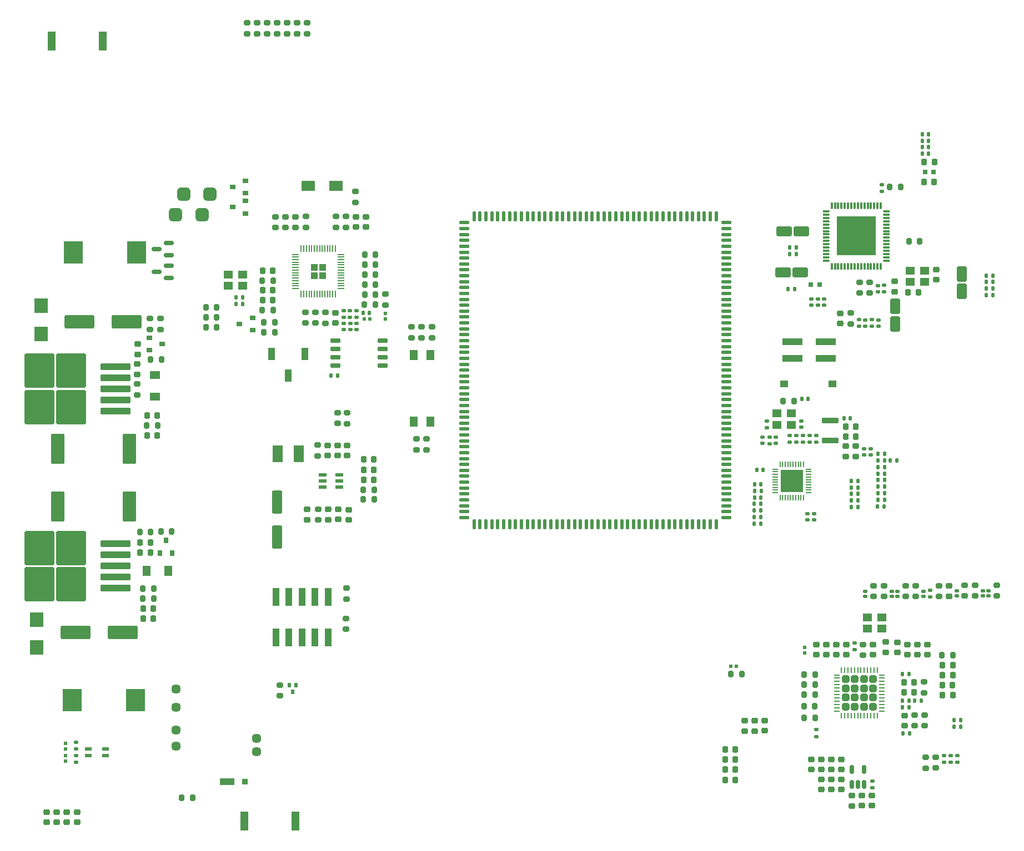
<source format=gtp>
G04 #@! TF.GenerationSoftware,KiCad,Pcbnew,8.0.0-rc1*
G04 #@! TF.CreationDate,2024-11-18T12:36:54+03:00*
G04 #@! TF.ProjectId,Movita_3566_XV_Router_V3.2,4d6f7669-7461-45f3-9335-36365f58565f,REV1*
G04 #@! TF.SameCoordinates,Original*
G04 #@! TF.FileFunction,Paste,Top*
G04 #@! TF.FilePolarity,Positive*
%FSLAX46Y46*%
G04 Gerber Fmt 4.6, Leading zero omitted, Abs format (unit mm)*
G04 Created by KiCad (PCBNEW 8.0.0-rc1) date 2024-11-18 12:36:54*
%MOMM*%
%LPD*%
G01*
G04 APERTURE LIST*
G04 Aperture macros list*
%AMRoundRect*
0 Rectangle with rounded corners*
0 $1 Rounding radius*
0 $2 $3 $4 $5 $6 $7 $8 $9 X,Y pos of 4 corners*
0 Add a 4 corners polygon primitive as box body*
4,1,4,$2,$3,$4,$5,$6,$7,$8,$9,$2,$3,0*
0 Add four circle primitives for the rounded corners*
1,1,$1+$1,$2,$3*
1,1,$1+$1,$4,$5*
1,1,$1+$1,$6,$7*
1,1,$1+$1,$8,$9*
0 Add four rect primitives between the rounded corners*
20,1,$1+$1,$2,$3,$4,$5,0*
20,1,$1+$1,$4,$5,$6,$7,0*
20,1,$1+$1,$6,$7,$8,$9,0*
20,1,$1+$1,$8,$9,$2,$3,0*%
%AMFreePoly0*
4,1,12,-0.100000,0.450000,0.100000,0.450000,0.100000,-0.350000,0.092388,-0.388268,0.070711,-0.420711,0.038268,-0.442388,0.000000,-0.450000,-0.038268,-0.442388,-0.070711,-0.420711,-0.092388,-0.388268,-0.100000,-0.350000,-0.100000,0.450000,-0.100000,0.450000,$1*%
%AMFreePoly1*
4,1,12,-0.100000,0.350000,-0.092388,0.388268,-0.070711,0.420711,-0.038268,0.442388,0.000000,0.450000,0.038268,0.442388,0.070711,0.420711,0.092388,0.388268,0.100000,0.350000,0.100000,-0.450000,-0.100000,-0.450000,-0.100000,0.350000,-0.100000,0.350000,$1*%
%AMFreePoly2*
4,1,12,-0.135000,0.500000,0.135000,0.500000,0.135000,-0.365000,0.124724,-0.416662,0.095459,-0.460459,0.051662,-0.489724,0.000000,-0.500000,-0.051662,-0.489724,-0.095459,-0.460459,-0.124724,-0.416662,-0.135000,-0.365000,-0.135000,0.500000,-0.135000,0.500000,$1*%
%AMFreePoly3*
4,1,5,3.000000,-3.000000,-3.000000,-3.000000,-3.000000,3.000000,3.000000,3.000000,3.000000,-3.000000,3.000000,-3.000000,$1*%
G04 Aperture macros list end*
%ADD10RoundRect,0.135000X0.135000X0.185000X-0.135000X0.185000X-0.135000X-0.185000X0.135000X-0.185000X0*%
%ADD11RoundRect,0.200000X0.200000X0.275000X-0.200000X0.275000X-0.200000X-0.275000X0.200000X-0.275000X0*%
%ADD12RoundRect,0.140000X0.140000X0.170000X-0.140000X0.170000X-0.140000X-0.170000X0.140000X-0.170000X0*%
%ADD13RoundRect,0.135000X0.185000X-0.135000X0.185000X0.135000X-0.185000X0.135000X-0.185000X-0.135000X0*%
%ADD14RoundRect,0.200000X0.275000X-0.200000X0.275000X0.200000X-0.275000X0.200000X-0.275000X-0.200000X0*%
%ADD15RoundRect,0.250001X-0.499999X0.924999X-0.499999X-0.924999X0.499999X-0.924999X0.499999X0.924999X0*%
%ADD16RoundRect,0.225000X-0.250000X0.225000X-0.250000X-0.225000X0.250000X-0.225000X0.250000X0.225000X0*%
%ADD17RoundRect,0.200000X-0.275000X0.200000X-0.275000X-0.200000X0.275000X-0.200000X0.275000X0.200000X0*%
%ADD18RoundRect,0.225000X-0.225000X-0.250000X0.225000X-0.250000X0.225000X0.250000X-0.225000X0.250000X0*%
%ADD19R,1.150000X1.650000*%
%ADD20RoundRect,0.140000X-0.170000X0.140000X-0.170000X-0.140000X0.170000X-0.140000X0.170000X0.140000X0*%
%ADD21RoundRect,0.250000X0.315000X-0.315000X0.315000X0.315000X-0.315000X0.315000X-0.315000X-0.315000X0*%
%ADD22RoundRect,0.062500X0.062500X-0.375000X0.062500X0.375000X-0.062500X0.375000X-0.062500X-0.375000X0*%
%ADD23RoundRect,0.062500X0.375000X-0.062500X0.375000X0.062500X-0.375000X0.062500X-0.375000X-0.062500X0*%
%ADD24R,1.300000X3.000000*%
%ADD25R,0.650000X0.700000*%
%ADD26RoundRect,0.135000X-0.135000X-0.185000X0.135000X-0.185000X0.135000X0.185000X-0.135000X0.185000X0*%
%ADD27RoundRect,0.225000X0.225000X0.250000X-0.225000X0.250000X-0.225000X-0.250000X0.225000X-0.250000X0*%
%ADD28R,1.400000X1.200000*%
%ADD29RoundRect,0.200000X-0.200000X-0.275000X0.200000X-0.275000X0.200000X0.275000X-0.200000X0.275000X0*%
%ADD30RoundRect,0.140000X0.170000X-0.140000X0.170000X0.140000X-0.170000X0.140000X-0.170000X-0.140000X0*%
%ADD31RoundRect,0.225000X0.250000X-0.225000X0.250000X0.225000X-0.250000X0.225000X-0.250000X-0.225000X0*%
%ADD32R,0.900000X0.800000*%
%ADD33R,0.800000X0.900000*%
%ADD34RoundRect,0.135000X-0.185000X0.135000X-0.185000X-0.135000X0.185000X-0.135000X0.185000X0.135000X0*%
%ADD35FreePoly0,90.000000*%
%ADD36FreePoly1,0.000000*%
%ADD37FreePoly0,180.000000*%
%ADD38FreePoly1,90.000000*%
%ADD39FreePoly0,270.000000*%
%ADD40FreePoly0,0.000000*%
%ADD41R,3.450000X3.450000*%
%ADD42RoundRect,0.140000X-0.140000X-0.170000X0.140000X-0.170000X0.140000X0.170000X-0.140000X0.170000X0*%
%ADD43RoundRect,0.150000X0.587500X0.150000X-0.587500X0.150000X-0.587500X-0.150000X0.587500X-0.150000X0*%
%ADD44R,0.600000X0.550000*%
%ADD45RoundRect,0.218750X0.256250X-0.218750X0.256250X0.218750X-0.256250X0.218750X-0.256250X-0.218750X0*%
%ADD46RoundRect,0.125000X0.175000X-0.125000X0.175000X0.125000X-0.175000X0.125000X-0.175000X-0.125000X0*%
%ADD47RoundRect,0.250000X-0.292217X0.292217X-0.292217X-0.292217X0.292217X-0.292217X0.292217X0.292217X0*%
%ADD48RoundRect,0.050000X-0.050000X0.425000X-0.050000X-0.425000X0.050000X-0.425000X0.050000X0.425000X0*%
%ADD49RoundRect,0.050000X-0.425000X0.050000X-0.425000X-0.050000X0.425000X-0.050000X0.425000X0.050000X0*%
%ADD50RoundRect,0.500000X-0.500000X-0.500000X0.500000X-0.500000X0.500000X0.500000X-0.500000X0.500000X0*%
%ADD51RoundRect,0.500000X0.500000X0.500000X-0.500000X0.500000X-0.500000X-0.500000X0.500000X-0.500000X0*%
%ADD52R,2.170000X1.120000*%
%ADD53R,0.850000X0.850000*%
%ADD54RoundRect,0.218750X-0.256250X0.218750X-0.256250X-0.218750X0.256250X-0.218750X0.256250X0.218750X0*%
%ADD55FreePoly2,0.000000*%
%ADD56FreePoly2,90.000000*%
%ADD57FreePoly2,180.000000*%
%ADD58FreePoly2,270.000000*%
%ADD59FreePoly3,0.000000*%
%ADD60R,0.500000X0.700000*%
%ADD61RoundRect,0.250001X0.799999X-2.049999X0.799999X2.049999X-0.799999X2.049999X-0.799999X-2.049999X0*%
%ADD62R,1.000000X2.750000*%
%ADD63RoundRect,0.250001X-1.999999X-0.799999X1.999999X-0.799999X1.999999X0.799999X-1.999999X0.799999X0*%
%ADD64R,0.550000X0.600000*%
%ADD65RoundRect,0.250001X-0.799999X2.049999X-0.799999X-2.049999X0.799999X-2.049999X0.799999X2.049999X0*%
%ADD66RoundRect,0.250001X0.924999X0.499999X-0.924999X0.499999X-0.924999X-0.499999X0.924999X-0.499999X0*%
%ADD67R,1.250000X1.500000*%
%ADD68RoundRect,0.250000X-0.550000X1.500000X-0.550000X-1.500000X0.550000X-1.500000X0.550000X1.500000X0*%
%ADD69RoundRect,0.250000X2.050000X0.300000X-2.050000X0.300000X-2.050000X-0.300000X2.050000X-0.300000X0*%
%ADD70RoundRect,0.250000X2.025000X2.375000X-2.025000X2.375000X-2.025000X-2.375000X2.025000X-2.375000X0*%
%ADD71RoundRect,0.180000X1.070000X-0.270000X1.070000X0.270000X-1.070000X0.270000X-1.070000X-0.270000X0*%
%ADD72R,1.050000X0.600000*%
%ADD73RoundRect,0.150000X0.150000X-0.512500X0.150000X0.512500X-0.150000X0.512500X-0.150000X-0.512500X0*%
%ADD74R,3.000000X3.500000*%
%ADD75RoundRect,0.150000X0.650000X0.150000X-0.650000X0.150000X-0.650000X-0.150000X0.650000X-0.150000X0*%
%ADD76R,1.500000X2.500000*%
%ADD77RoundRect,0.125000X-0.625000X-0.125000X0.625000X-0.125000X0.625000X0.125000X-0.625000X0.125000X0*%
%ADD78RoundRect,0.125000X0.125000X-0.625000X0.125000X0.625000X-0.125000X0.625000X-0.125000X-0.625000X0*%
%ADD79RoundRect,0.125000X0.625000X0.125000X-0.625000X0.125000X-0.625000X-0.125000X0.625000X-0.125000X0*%
%ADD80RoundRect,0.125000X-0.125000X0.625000X-0.125000X-0.625000X0.125000X-0.625000X0.125000X0.625000X0*%
%ADD81R,1.000000X1.900000*%
%ADD82R,1.200000X1.000000*%
%ADD83R,3.150000X1.000000*%
%ADD84R,1.200000X0.600000*%
%ADD85RoundRect,0.500000X-0.200000X-0.150000X0.200000X-0.150000X0.200000X0.150000X-0.200000X0.150000X0*%
%ADD86R,2.050000X2.250000*%
%ADD87R,2.120000X1.500000*%
%ADD88R,1.650000X1.150000*%
G04 APERTURE END LIST*
D10*
X181130000Y-104810000D03*
X180110000Y-104810000D03*
D11*
X103535000Y-76515000D03*
X101885000Y-76515000D03*
D12*
X83260000Y-77900000D03*
X82300000Y-77900000D03*
D13*
X170730000Y-143930000D03*
X170730000Y-142910000D03*
X170730000Y-98980000D03*
X170730000Y-97960000D03*
D12*
X83260000Y-76910000D03*
X82300000Y-76910000D03*
D14*
X89810000Y-66250000D03*
X89810000Y-64600000D03*
D15*
X182815000Y-78295000D03*
X182815000Y-80945000D03*
D10*
X177120000Y-105920000D03*
X176100000Y-105920000D03*
D16*
X159820000Y-141535000D03*
X159820000Y-143085000D03*
D10*
X184855000Y-138475000D03*
X183835000Y-138475000D03*
D14*
X91345000Y-66250000D03*
X91345000Y-64600000D03*
D17*
X97730000Y-94517500D03*
X97730000Y-96167500D03*
D10*
X181130000Y-107830000D03*
X180110000Y-107830000D03*
D11*
X72485000Y-112620000D03*
X70835000Y-112620000D03*
D18*
X68130000Y-124420000D03*
X69680000Y-124420000D03*
D14*
X99020000Y-127585000D03*
X99020000Y-125935000D03*
D19*
X68617500Y-118625000D03*
X71917500Y-118625000D03*
D20*
X169370000Y-109920000D03*
X169370000Y-110880000D03*
D21*
X175210000Y-139385000D03*
X176610000Y-139385000D03*
X178010000Y-139385000D03*
X179410000Y-139385000D03*
X175210000Y-137985000D03*
X176610000Y-137985000D03*
X178010000Y-137985000D03*
X179410000Y-137985000D03*
X175210000Y-136585000D03*
X176610000Y-136585000D03*
X178010000Y-136585000D03*
X179410000Y-136585000D03*
X175210000Y-135185000D03*
X176610000Y-135185000D03*
X178010000Y-135185000D03*
X179410000Y-135185000D03*
D22*
X174560000Y-140722500D03*
X175060000Y-140722500D03*
X175560000Y-140722500D03*
X176060000Y-140722500D03*
X176560000Y-140722500D03*
X177060000Y-140722500D03*
X177560000Y-140722500D03*
X178060000Y-140722500D03*
X178560000Y-140722500D03*
X179060000Y-140722500D03*
X179560000Y-140722500D03*
X180060000Y-140722500D03*
D23*
X180747500Y-140035000D03*
X180747500Y-139535000D03*
X180747500Y-139035000D03*
X180747500Y-138535000D03*
X180747500Y-138035000D03*
X180747500Y-137535000D03*
X180747500Y-137035000D03*
X180747500Y-136535000D03*
X180747500Y-136035000D03*
X180747500Y-135535000D03*
X180747500Y-135035000D03*
X180747500Y-134535000D03*
D22*
X180060000Y-133847500D03*
X179560000Y-133847500D03*
X179060000Y-133847500D03*
X178560000Y-133847500D03*
X178060000Y-133847500D03*
X177560000Y-133847500D03*
X177060000Y-133847500D03*
X176560000Y-133847500D03*
X176060000Y-133847500D03*
X175560000Y-133847500D03*
X175060000Y-133847500D03*
X174560000Y-133847500D03*
D23*
X173872500Y-134535000D03*
X173872500Y-135035000D03*
X173872500Y-135535000D03*
X173872500Y-136035000D03*
X173872500Y-136535000D03*
X173872500Y-137035000D03*
X173872500Y-137535000D03*
X173872500Y-138035000D03*
X173872500Y-138535000D03*
X173872500Y-139035000D03*
X173872500Y-139535000D03*
X173872500Y-140035000D03*
D18*
X68130000Y-125950000D03*
X69680000Y-125950000D03*
D24*
X83540000Y-156820000D03*
X91340000Y-156820000D03*
D25*
X169945000Y-74970000D03*
X171295000Y-74970000D03*
D13*
X57910000Y-147880000D03*
X57910000Y-146860000D03*
D26*
X161330000Y-106440000D03*
X162350000Y-106440000D03*
D14*
X88570000Y-36675000D03*
X88570000Y-35025000D03*
X91610000Y-36685000D03*
X91610000Y-35035000D03*
D27*
X87885000Y-77370000D03*
X86335000Y-77370000D03*
D15*
X192940000Y-73360000D03*
X192940000Y-76010000D03*
D18*
X156840000Y-147465000D03*
X158390000Y-147465000D03*
D20*
X190240000Y-146880000D03*
X190240000Y-147840000D03*
D28*
X166960000Y-94650000D03*
X164760000Y-94650000D03*
X164760000Y-96350000D03*
X166960000Y-96350000D03*
D13*
X169730000Y-98990000D03*
X169730000Y-97970000D03*
D16*
X189050000Y-72680000D03*
X189050000Y-74230000D03*
D29*
X101885000Y-70415000D03*
X103535000Y-70415000D03*
D10*
X197700000Y-76610000D03*
X196680000Y-76610000D03*
D14*
X112130000Y-83060000D03*
X112130000Y-81410000D03*
D27*
X70280000Y-94985000D03*
X68730000Y-94985000D03*
D30*
X162540000Y-99190000D03*
X162540000Y-98230000D03*
D31*
X171520000Y-149002500D03*
X171520000Y-147452500D03*
D12*
X162290000Y-107440000D03*
X161330000Y-107440000D03*
D31*
X179387500Y-131480000D03*
X179387500Y-129930000D03*
D32*
X83750000Y-64090000D03*
X83750000Y-62190000D03*
X81750000Y-63140000D03*
D26*
X176110000Y-107935000D03*
X177130000Y-107935000D03*
D33*
X70680000Y-115970000D03*
X72580000Y-115970000D03*
X71630000Y-113970000D03*
D17*
X185913489Y-120915000D03*
X185913489Y-122565000D03*
X181038489Y-120925000D03*
X181038489Y-122575000D03*
D11*
X103535000Y-71910000D03*
X101885000Y-71910000D03*
D10*
X181130000Y-102810000D03*
X180110000Y-102810000D03*
D18*
X101722500Y-103208750D03*
X103272500Y-103208750D03*
D31*
X174570000Y-149007500D03*
X174570000Y-147457500D03*
D30*
X179020000Y-100990000D03*
X179020000Y-100030000D03*
D16*
X171520000Y-150477500D03*
X171520000Y-152027500D03*
D10*
X181130000Y-100800000D03*
X180110000Y-100800000D03*
D18*
X67650000Y-115850000D03*
X69200000Y-115850000D03*
D12*
X167670000Y-70280000D03*
X166710000Y-70280000D03*
D11*
X103535000Y-74965000D03*
X101885000Y-74965000D03*
D17*
X109820000Y-98535000D03*
X109820000Y-100185000D03*
D34*
X176595000Y-129640000D03*
X176595000Y-130660000D03*
D31*
X173815000Y-131470000D03*
X173815000Y-129920000D03*
D17*
X95890000Y-79210000D03*
X95890000Y-80860000D03*
D26*
X180100000Y-108840000D03*
X181120000Y-108840000D03*
D18*
X190010000Y-137620000D03*
X191560000Y-137620000D03*
D35*
X164460000Y-103130000D03*
X164460000Y-103530000D03*
X164460000Y-103930000D03*
X164460000Y-104330000D03*
X164460000Y-104730000D03*
X164460000Y-105130000D03*
X164460000Y-105530000D03*
X164460000Y-105930000D03*
X164460000Y-106330000D03*
X164460000Y-106730000D03*
D36*
X165210000Y-107480000D03*
X165610000Y-107480000D03*
X166010000Y-107480000D03*
X166410000Y-107480000D03*
X166810000Y-107480000D03*
X167210000Y-107480000D03*
X167610000Y-107480000D03*
X168010000Y-107480000D03*
X168410000Y-107480000D03*
D37*
X168810000Y-107480000D03*
D38*
X169560000Y-106730000D03*
X169560000Y-106330000D03*
X169560000Y-105930000D03*
X169560000Y-105530000D03*
X169560000Y-105130000D03*
X169560000Y-104730000D03*
X169560000Y-104330000D03*
X169560000Y-103930000D03*
X169560000Y-103530000D03*
D39*
X169560000Y-103130000D03*
D40*
X168810000Y-102380000D03*
X168410000Y-102380000D03*
X168010000Y-102380000D03*
X167610000Y-102380000D03*
X167210000Y-102380000D03*
X166810000Y-102380000D03*
X166410000Y-102380000D03*
X166010000Y-102380000D03*
X165610000Y-102380000D03*
X165210000Y-102380000D03*
D41*
X167010000Y-104930000D03*
D18*
X156835000Y-149005000D03*
X158385000Y-149005000D03*
D42*
X186890000Y-52010000D03*
X187850000Y-52010000D03*
D16*
X100575000Y-64640000D03*
X100575000Y-66190000D03*
D20*
X181120000Y-75090000D03*
X181120000Y-76050000D03*
D12*
X167670000Y-69300000D03*
X166710000Y-69300000D03*
D11*
X79335000Y-79990000D03*
X77685000Y-79990000D03*
D43*
X72027500Y-73990000D03*
X72027500Y-72090000D03*
X70152500Y-73040000D03*
D14*
X85520000Y-36695000D03*
X85520000Y-35045000D03*
D17*
X70720000Y-80145000D03*
X70720000Y-81795000D03*
D12*
X162260000Y-109420000D03*
X161300000Y-109420000D03*
D20*
X180130000Y-75100000D03*
X180130000Y-76060000D03*
D44*
X105020000Y-79392500D03*
X105020000Y-80242500D03*
D20*
X178240000Y-80350000D03*
X178240000Y-81310000D03*
D14*
X67240000Y-91795000D03*
X67240000Y-90145000D03*
D20*
X98695000Y-80860000D03*
X98695000Y-81820000D03*
D44*
X168952500Y-130325000D03*
X168952500Y-131175000D03*
D31*
X67230000Y-88660000D03*
X67230000Y-87110000D03*
D18*
X101735000Y-104738750D03*
X103285000Y-104738750D03*
D17*
X177867500Y-129885000D03*
X177867500Y-131535000D03*
D45*
X176140000Y-154527500D03*
X176140000Y-152952500D03*
D44*
X56280000Y-144972500D03*
X56280000Y-145822500D03*
D17*
X110590000Y-81410000D03*
X110590000Y-83060000D03*
D46*
X187133489Y-122570000D03*
X187133489Y-121770000D03*
D20*
X169970000Y-77150000D03*
X169970000Y-78110000D03*
D29*
X86525000Y-82240000D03*
X88175000Y-82240000D03*
D47*
X95457500Y-72322500D03*
X94182500Y-72322500D03*
X95457500Y-73597500D03*
X94182500Y-73597500D03*
D48*
X97420000Y-69485500D03*
X97020000Y-69485500D03*
X96620000Y-69485500D03*
X96220000Y-69485500D03*
X95820000Y-69485500D03*
X95420000Y-69485500D03*
X95020000Y-69485500D03*
X94620000Y-69485500D03*
X94220000Y-69485500D03*
X93820000Y-69485500D03*
X93420000Y-69485500D03*
X93020000Y-69485500D03*
X92620000Y-69485500D03*
X92220000Y-69485500D03*
D49*
X91345500Y-70360000D03*
X91345500Y-70760000D03*
X91345500Y-71160000D03*
X91345500Y-71560000D03*
X91345500Y-71960000D03*
X91345500Y-72360000D03*
X91345500Y-72760000D03*
X91345500Y-73160000D03*
X91345500Y-73560000D03*
X91345500Y-73960000D03*
X91345500Y-74360000D03*
X91345500Y-74760000D03*
X91345500Y-75160000D03*
X91345500Y-75560000D03*
D48*
X92220000Y-76434500D03*
X92620000Y-76434500D03*
X93020000Y-76434500D03*
X93420000Y-76434500D03*
X93820000Y-76434500D03*
X94220000Y-76434500D03*
X94620000Y-76434500D03*
X95020000Y-76434500D03*
X95420000Y-76434500D03*
X95820000Y-76434500D03*
X96220000Y-76434500D03*
X96620000Y-76434500D03*
X97020000Y-76434500D03*
X97420000Y-76434500D03*
D49*
X98294500Y-75560000D03*
X98294500Y-75160000D03*
X98294500Y-74760000D03*
X98294500Y-74360000D03*
X98294500Y-73960000D03*
X98294500Y-73560000D03*
X98294500Y-73160000D03*
X98294500Y-72760000D03*
X98294500Y-72360000D03*
X98294500Y-71960000D03*
X98294500Y-71560000D03*
X98294500Y-71160000D03*
X98294500Y-70760000D03*
X98294500Y-70360000D03*
D46*
X182273489Y-122573489D03*
X182273489Y-121773489D03*
D50*
X77084290Y-64290000D03*
D51*
X73084290Y-64290000D03*
D10*
X197690000Y-73580000D03*
X196670000Y-73580000D03*
D11*
X87935000Y-78900000D03*
X86285000Y-78900000D03*
D52*
X80960000Y-150830000D03*
D53*
X83640000Y-150830000D03*
D31*
X181330000Y-131075000D03*
X181330000Y-129525000D03*
D54*
X182670000Y-74492500D03*
X182670000Y-76067500D03*
D29*
X101865000Y-78035000D03*
X103515000Y-78035000D03*
X189915000Y-131510000D03*
X191565000Y-131510000D03*
D14*
X90090000Y-36685000D03*
X90090000Y-35035000D03*
D17*
X194930000Y-120850000D03*
X194930000Y-122500000D03*
D30*
X164600000Y-99210000D03*
X164600000Y-98250000D03*
D11*
X87935000Y-74340000D03*
X86285000Y-74340000D03*
D55*
X180590000Y-62950000D03*
X180090000Y-62950000D03*
X179590000Y-62950000D03*
X179090000Y-62950000D03*
X178590000Y-62950000D03*
X178090000Y-62950000D03*
X177590000Y-62950000D03*
X177090000Y-62950000D03*
X176590000Y-62950000D03*
X176090000Y-62950000D03*
X175590000Y-62950000D03*
X175090000Y-62950000D03*
X174590000Y-62950000D03*
X174090000Y-62950000D03*
X173590000Y-62950000D03*
X173090000Y-62950000D03*
D56*
X172240000Y-63800000D03*
X172240000Y-64300000D03*
X172240000Y-64800000D03*
X172240000Y-65300000D03*
X172240000Y-65800000D03*
X172240000Y-66300000D03*
X172240000Y-66800000D03*
X172240000Y-67300000D03*
X172240000Y-67800000D03*
X172240000Y-68300000D03*
X172240000Y-68800000D03*
X172240000Y-69300000D03*
X172240000Y-69800000D03*
X172240000Y-70300000D03*
X172240000Y-70800000D03*
X172240000Y-71300000D03*
D57*
X173090000Y-72150000D03*
X173590000Y-72150000D03*
X174090000Y-72150000D03*
X174590000Y-72150000D03*
X175090000Y-72150000D03*
X175590000Y-72150000D03*
X176090000Y-72150000D03*
X176590000Y-72150000D03*
X177090000Y-72150000D03*
X177590000Y-72150000D03*
X178090000Y-72150000D03*
X178590000Y-72150000D03*
X179090000Y-72150000D03*
X179590000Y-72150000D03*
X180090000Y-72150000D03*
X180590000Y-72150000D03*
D58*
X181440000Y-71300000D03*
X181440000Y-70800000D03*
X181440000Y-70300000D03*
X181440000Y-69800000D03*
X181440000Y-69300000D03*
X181440000Y-68800000D03*
X181440000Y-68300000D03*
X181440000Y-67800000D03*
X181440000Y-67300000D03*
X181440000Y-66800000D03*
X181440000Y-66300000D03*
X181440000Y-65800000D03*
X181440000Y-65300000D03*
X181440000Y-64800000D03*
X181440000Y-64300000D03*
X181440000Y-63800000D03*
D59*
X176840000Y-67550000D03*
D31*
X58020000Y-157037500D03*
X58020000Y-155487500D03*
D11*
X159405000Y-134410000D03*
X157755000Y-134410000D03*
D26*
X161280000Y-108430000D03*
X162300000Y-108430000D03*
D14*
X111350000Y-100185000D03*
X111350000Y-98535000D03*
D34*
X57920000Y-144780000D03*
X57920000Y-145800000D03*
D31*
X183100000Y-131125000D03*
X183100000Y-129575000D03*
D16*
X174432500Y-79375000D03*
X174432500Y-80925000D03*
D17*
X92820000Y-79200000D03*
X92820000Y-80850000D03*
D16*
X97880000Y-109273750D03*
X97880000Y-110823750D03*
D10*
X181130000Y-105820000D03*
X180110000Y-105820000D03*
D16*
X161350000Y-141535000D03*
X161350000Y-143085000D03*
D60*
X91440000Y-136100000D03*
X90440000Y-136100000D03*
X90940000Y-137150000D03*
D30*
X163220000Y-96780000D03*
X163220000Y-95820000D03*
D61*
X66060000Y-108800000D03*
X66060000Y-100000000D03*
D16*
X173060000Y-150472500D03*
X173060000Y-152022500D03*
D20*
X180770000Y-59760000D03*
X180770000Y-60720000D03*
D31*
X99245000Y-101055000D03*
X99245000Y-99505000D03*
D17*
X109050000Y-81410000D03*
X109050000Y-83060000D03*
D62*
X88330000Y-122605000D03*
X88330000Y-128855000D03*
X90330000Y-122605000D03*
X90330000Y-128855000D03*
X92330000Y-122605000D03*
X92330000Y-128855000D03*
X94330000Y-122605000D03*
X94330000Y-128855000D03*
X96330000Y-122605000D03*
X96330000Y-128855000D03*
D63*
X58420000Y-80600000D03*
X65620000Y-80600000D03*
D30*
X178010000Y-100990000D03*
X178010000Y-100030000D03*
D18*
X189995000Y-134550000D03*
X191545000Y-134550000D03*
D14*
X94792500Y-110878750D03*
X94792500Y-109228750D03*
D31*
X175330000Y-131470000D03*
X175330000Y-129920000D03*
D16*
X184230000Y-140715000D03*
X184230000Y-142265000D03*
D14*
X189443489Y-122570000D03*
X189443489Y-120920000D03*
D18*
X101725000Y-101653750D03*
X103275000Y-101653750D03*
D14*
X175972500Y-80970000D03*
X175972500Y-79320000D03*
D20*
X179220000Y-80340000D03*
X179220000Y-81300000D03*
D64*
X157742500Y-133190000D03*
X158592500Y-133190000D03*
D63*
X57820000Y-128050000D03*
X65020000Y-128050000D03*
D16*
X179180000Y-152955000D03*
X179180000Y-154505000D03*
D20*
X180220000Y-80350000D03*
X180220000Y-81310000D03*
D29*
X67605000Y-112720000D03*
X69255000Y-112720000D03*
D26*
X196670000Y-75590000D03*
X197690000Y-75590000D03*
D29*
X184865000Y-68350000D03*
X186515000Y-68350000D03*
D20*
X171950000Y-77140000D03*
X171950000Y-78100000D03*
D31*
X186155000Y-131435000D03*
X186155000Y-129885000D03*
D25*
X188655000Y-57760000D03*
X187305000Y-57760000D03*
D65*
X55110000Y-100000000D03*
X55110000Y-108800000D03*
D30*
X98690000Y-79945000D03*
X98690000Y-78985000D03*
D64*
X101830000Y-80210000D03*
X102680000Y-80210000D03*
D12*
X167420000Y-75620000D03*
X166460000Y-75620000D03*
D26*
X176110000Y-104920000D03*
X177130000Y-104920000D03*
D42*
X191780000Y-142450000D03*
X192740000Y-142450000D03*
D31*
X187675000Y-131440000D03*
X187675000Y-129890000D03*
D66*
X168495000Y-66880000D03*
X165845000Y-66880000D03*
D12*
X162310000Y-105440000D03*
X161350000Y-105440000D03*
D67*
X109370000Y-95865000D03*
X111910000Y-95865000D03*
X111910000Y-85705000D03*
X109370000Y-85705000D03*
D28*
X178500000Y-127480000D03*
X180700000Y-127480000D03*
X180700000Y-125780000D03*
X178500000Y-125780000D03*
D34*
X166700000Y-97977500D03*
X166700000Y-98997500D03*
D20*
X100665000Y-80855000D03*
X100665000Y-81815000D03*
D31*
X99432500Y-110853750D03*
X99432500Y-109303750D03*
D46*
X178243489Y-122570000D03*
X178243489Y-121770000D03*
D18*
X184127500Y-135685000D03*
X185677500Y-135685000D03*
D31*
X173050000Y-148997500D03*
X173050000Y-147447500D03*
D26*
X180110000Y-106820000D03*
X181130000Y-106820000D03*
D45*
X172295000Y-131467500D03*
X172295000Y-129892500D03*
D29*
X101685000Y-107768750D03*
X103335000Y-107768750D03*
D11*
X103535000Y-73430000D03*
X101885000Y-73430000D03*
D18*
X189960000Y-136070000D03*
X191510000Y-136070000D03*
D26*
X185767500Y-138475000D03*
X186787500Y-138475000D03*
D17*
X100500000Y-60785000D03*
X100500000Y-62435000D03*
D11*
X170552500Y-134515000D03*
X168902500Y-134515000D03*
D27*
X70275000Y-98030000D03*
X68725000Y-98030000D03*
D11*
X79345000Y-81520000D03*
X77695000Y-81520000D03*
D68*
X88550000Y-108120000D03*
X88550000Y-113520000D03*
D13*
X179340000Y-151770000D03*
X179340000Y-150750000D03*
D17*
X187420000Y-147115000D03*
X187420000Y-148765000D03*
D14*
X83970000Y-36675000D03*
X83970000Y-35025000D03*
D69*
X63867500Y-121320000D03*
X63867500Y-119620000D03*
X63867500Y-117920000D03*
D70*
X57142500Y-120695000D03*
X57142500Y-115145000D03*
X52292500Y-120695000D03*
X52292500Y-115145000D03*
D69*
X63867500Y-116220000D03*
X63867500Y-114520000D03*
D27*
X69200000Y-114310000D03*
X67650000Y-114310000D03*
D16*
X162900000Y-141525000D03*
X162900000Y-143075000D03*
D30*
X99665000Y-79940000D03*
X99665000Y-78980000D03*
D17*
X99035000Y-64585000D03*
X99035000Y-66235000D03*
X94700000Y-99465000D03*
X94700000Y-101115000D03*
D71*
X172840000Y-98790000D03*
X172840000Y-95690000D03*
D42*
X174965000Y-95350000D03*
X175925000Y-95350000D03*
D16*
X96340000Y-109278750D03*
X96340000Y-110828750D03*
D10*
X181130000Y-101810000D03*
X180110000Y-101810000D03*
D14*
X93150000Y-36685000D03*
X93150000Y-35035000D03*
D29*
X181965000Y-60060000D03*
X183615000Y-60060000D03*
D16*
X67255000Y-84055000D03*
X67255000Y-85605000D03*
D12*
X97730000Y-88840000D03*
X96770000Y-88840000D03*
D17*
X179503489Y-120925000D03*
X179503489Y-122575000D03*
D26*
X161280000Y-111450000D03*
X162300000Y-111450000D03*
D18*
X187205000Y-56230000D03*
X188755000Y-56230000D03*
D16*
X174590000Y-150487500D03*
X174590000Y-152037500D03*
D27*
X176775000Y-98130000D03*
X175225000Y-98130000D03*
D10*
X184950000Y-143500000D03*
X183930000Y-143500000D03*
D30*
X100645000Y-79940000D03*
X100645000Y-78980000D03*
D32*
X83735000Y-61020000D03*
X83735000Y-59120000D03*
X81735000Y-60070000D03*
D18*
X86335000Y-75850000D03*
X87885000Y-75850000D03*
X156840000Y-145930000D03*
X158390000Y-145930000D03*
D72*
X62395000Y-145830000D03*
X59745000Y-145830000D03*
X59745000Y-146830000D03*
X62395000Y-146830000D03*
D16*
X177660000Y-152955000D03*
X177660000Y-154505000D03*
D50*
X78314290Y-61190000D03*
D51*
X74314290Y-61190000D03*
D18*
X189990000Y-133020000D03*
X191540000Y-133020000D03*
D34*
X191240000Y-146870000D03*
X191240000Y-147890000D03*
D14*
X178870000Y-76270000D03*
X178870000Y-74620000D03*
D17*
X198250000Y-120840000D03*
X198250000Y-122490000D03*
D31*
X175230000Y-101175000D03*
X175230000Y-99625000D03*
D29*
X68675000Y-96515000D03*
X70325000Y-96515000D03*
D10*
X181140000Y-103810000D03*
X180120000Y-103810000D03*
D34*
X167710000Y-97967500D03*
X167710000Y-98987500D03*
D17*
X187177500Y-135620000D03*
X187177500Y-137270000D03*
D73*
X176160000Y-151277500D03*
X177110000Y-151277500D03*
X178060000Y-151277500D03*
X178060000Y-149002500D03*
X176160000Y-149002500D03*
D18*
X175230000Y-96610000D03*
X176780000Y-96610000D03*
D74*
X67080000Y-70080000D03*
X57480000Y-70080000D03*
D11*
X75645000Y-153250000D03*
X73995000Y-153250000D03*
D20*
X177260000Y-80340000D03*
X177260000Y-81300000D03*
D31*
X176750000Y-101175000D03*
X176750000Y-99625000D03*
D11*
X103325000Y-106258750D03*
X101675000Y-106258750D03*
D14*
X97505000Y-66225000D03*
X97505000Y-64575000D03*
D31*
X97755000Y-101065000D03*
X97755000Y-99515000D03*
D46*
X192183489Y-122508489D03*
X192183489Y-121708489D03*
D10*
X184865000Y-139470000D03*
X183845000Y-139470000D03*
D75*
X104590000Y-87370000D03*
X104590000Y-86100000D03*
X104590000Y-84830000D03*
X104590000Y-83560000D03*
X97390000Y-83560000D03*
X97390000Y-84830000D03*
X97390000Y-86100000D03*
X97390000Y-87370000D03*
D45*
X93107500Y-110841250D03*
X93107500Y-109266250D03*
D54*
X56480000Y-155475000D03*
X56480000Y-157050000D03*
D46*
X183143489Y-122573489D03*
X183143489Y-121773489D03*
D11*
X70895000Y-86380000D03*
X69245000Y-86380000D03*
X170552500Y-136035000D03*
X168902500Y-136035000D03*
D28*
X187235000Y-72820000D03*
X185035000Y-72820000D03*
X185035000Y-74520000D03*
X187235000Y-74520000D03*
D10*
X177130000Y-108945000D03*
X176110000Y-108945000D03*
D20*
X170970000Y-77140000D03*
X170970000Y-78100000D03*
D11*
X88190000Y-80690000D03*
X86540000Y-80690000D03*
D12*
X162650000Y-103220000D03*
X161690000Y-103220000D03*
D76*
X91850000Y-100775000D03*
X88600000Y-100775000D03*
D29*
X165690000Y-92720000D03*
X167340000Y-92720000D03*
D77*
X117035000Y-65520000D03*
X117035000Y-66420000D03*
X117035000Y-67320000D03*
X117035000Y-68220000D03*
X117035000Y-69120000D03*
X117035000Y-70020000D03*
X117035000Y-70920000D03*
X117035000Y-71820000D03*
X117035000Y-72720000D03*
X117035000Y-73620000D03*
X117035000Y-74520000D03*
X117035000Y-75420000D03*
X117035000Y-76320000D03*
X117035000Y-77220000D03*
X117035000Y-78120000D03*
X117035000Y-79020000D03*
X117035000Y-79920000D03*
X117035000Y-80820000D03*
X117035000Y-81720000D03*
X117035000Y-82620000D03*
X117035000Y-83520000D03*
X117035000Y-84420000D03*
X117035000Y-85320000D03*
X117035000Y-86220000D03*
X117035000Y-87120000D03*
X117035000Y-88020000D03*
X117035000Y-88920000D03*
X117035000Y-89820000D03*
X117035000Y-90720000D03*
X117035000Y-91620000D03*
X117035000Y-92520000D03*
X117035000Y-93420000D03*
X117035000Y-94320000D03*
X117035000Y-95220000D03*
X117035000Y-96120000D03*
X117035000Y-97020000D03*
X117035000Y-97920000D03*
X117035000Y-98820000D03*
X117035000Y-99720000D03*
X117035000Y-100620000D03*
X117035000Y-101520000D03*
X117035000Y-102420000D03*
X117035000Y-103320000D03*
X117035000Y-104220000D03*
X117035000Y-105120000D03*
X117035000Y-106020000D03*
X117035000Y-106920000D03*
X117035000Y-107820000D03*
X117035000Y-108720000D03*
X117035000Y-109620000D03*
X117035000Y-110520000D03*
D78*
X118585000Y-111520000D03*
X119485000Y-111520000D03*
X120385000Y-111520000D03*
X121285000Y-111520000D03*
X122185000Y-111520000D03*
X123085000Y-111520000D03*
X123985000Y-111520000D03*
X124885000Y-111520000D03*
X125785000Y-111520000D03*
X126685000Y-111520000D03*
X127585000Y-111520000D03*
X128485000Y-111520000D03*
X129385000Y-111520000D03*
X130285000Y-111520000D03*
X131185000Y-111520000D03*
X132085000Y-111520000D03*
X132985000Y-111520000D03*
X133885000Y-111520000D03*
X134785000Y-111520000D03*
X135685000Y-111520000D03*
X136585000Y-111520000D03*
X137485000Y-111520000D03*
X138385000Y-111520000D03*
X139285000Y-111520000D03*
X140185000Y-111520000D03*
X141085000Y-111520000D03*
X141985000Y-111520000D03*
X142885000Y-111520000D03*
X143785000Y-111520000D03*
X144685000Y-111520000D03*
X145585000Y-111520000D03*
X146485000Y-111520000D03*
X147385000Y-111520000D03*
X148285000Y-111520000D03*
X149185000Y-111520000D03*
X150085000Y-111520000D03*
X150985000Y-111520000D03*
X151885000Y-111520000D03*
X152785000Y-111520000D03*
X153685000Y-111520000D03*
X154585000Y-111520000D03*
X155485000Y-111520000D03*
D79*
X157035000Y-110520000D03*
X157035000Y-109620000D03*
X157035000Y-108720000D03*
X157035000Y-107820000D03*
X157035000Y-106920000D03*
X157035000Y-106020000D03*
X157035000Y-105120000D03*
X157035000Y-104220000D03*
X157035000Y-103320000D03*
X157035000Y-102420000D03*
X157035000Y-101520000D03*
X157035000Y-100620000D03*
X157035000Y-99720000D03*
X157035000Y-98820000D03*
X157035000Y-97920000D03*
X157035000Y-97020000D03*
X157035000Y-96120000D03*
X157035000Y-95220000D03*
X157035000Y-94320000D03*
X157035000Y-93420000D03*
X157035000Y-92520000D03*
X157035000Y-91620000D03*
X157035000Y-90720000D03*
X157035000Y-89820000D03*
X157035000Y-88920000D03*
X157035000Y-88020000D03*
X157035000Y-87120000D03*
X157035000Y-86220000D03*
X157035000Y-85320000D03*
X157035000Y-84420000D03*
X157035000Y-83520000D03*
X157035000Y-82620000D03*
X157035000Y-81720000D03*
X157035000Y-80820000D03*
X157035000Y-79920000D03*
X157035000Y-79020000D03*
X157035000Y-78120000D03*
X157035000Y-77220000D03*
X157035000Y-76320000D03*
X157035000Y-75420000D03*
X157035000Y-74520000D03*
X157035000Y-73620000D03*
X157035000Y-72720000D03*
X157035000Y-71820000D03*
X157035000Y-70920000D03*
X157035000Y-70020000D03*
X157035000Y-69120000D03*
X157035000Y-68220000D03*
X157035000Y-67320000D03*
X157035000Y-66420000D03*
X157035000Y-65520000D03*
D80*
X155485000Y-64520000D03*
X154585000Y-64520000D03*
X153685000Y-64520000D03*
X152785000Y-64520000D03*
X151885000Y-64520000D03*
X150985000Y-64520000D03*
X150085000Y-64520000D03*
X149185000Y-64520000D03*
X148285000Y-64520000D03*
X147385000Y-64520000D03*
X146485000Y-64520000D03*
X145585000Y-64520000D03*
X144685000Y-64520000D03*
X143785000Y-64520000D03*
X142885000Y-64520000D03*
X141985000Y-64520000D03*
X141085000Y-64520000D03*
X140185000Y-64520000D03*
X139285000Y-64520000D03*
X138385000Y-64520000D03*
X137485000Y-64520000D03*
X136585000Y-64520000D03*
X135685000Y-64520000D03*
X134785000Y-64520000D03*
X133885000Y-64520000D03*
X132985000Y-64520000D03*
X132085000Y-64520000D03*
X131185000Y-64520000D03*
X130285000Y-64520000D03*
X129385000Y-64520000D03*
X128485000Y-64520000D03*
X127585000Y-64520000D03*
X126685000Y-64520000D03*
X125785000Y-64520000D03*
X124885000Y-64520000D03*
X123985000Y-64520000D03*
X123085000Y-64520000D03*
X122185000Y-64520000D03*
X121285000Y-64520000D03*
X120385000Y-64520000D03*
X119485000Y-64520000D03*
X118585000Y-64520000D03*
D69*
X63860000Y-94290000D03*
X63860000Y-92590000D03*
X63860000Y-90890000D03*
D70*
X57135000Y-93665000D03*
X57135000Y-88115000D03*
X52285000Y-93665000D03*
X52285000Y-88115000D03*
D69*
X63860000Y-89190000D03*
X63860000Y-87490000D03*
D17*
X187280000Y-140665000D03*
X187280000Y-142315000D03*
D14*
X88950000Y-137730000D03*
X88950000Y-136080000D03*
D31*
X53420000Y-157047500D03*
X53420000Y-155497500D03*
D14*
X94370000Y-80845000D03*
X94370000Y-79195000D03*
D81*
X92800000Y-85560000D03*
X90260000Y-88860000D03*
X87720000Y-85560000D03*
D17*
X185750000Y-140665000D03*
X185750000Y-142315000D03*
D27*
X87875000Y-72820000D03*
X86325000Y-72820000D03*
D14*
X99250000Y-96177500D03*
X99250000Y-94527500D03*
D10*
X177130000Y-106930000D03*
X176110000Y-106930000D03*
D30*
X168490000Y-96760000D03*
X168490000Y-95800000D03*
D16*
X170772500Y-129900000D03*
X170772500Y-131450000D03*
D42*
X191780000Y-141460000D03*
X192740000Y-141460000D03*
D17*
X177350000Y-74610000D03*
X177350000Y-76260000D03*
D16*
X54950000Y-155497500D03*
X54950000Y-157047500D03*
X102100000Y-64625000D03*
X102100000Y-66175000D03*
D32*
X84825000Y-81910000D03*
X84825000Y-80010000D03*
X82825000Y-80960000D03*
D34*
X168710000Y-97960000D03*
X168710000Y-98980000D03*
D31*
X96225000Y-101080000D03*
X96225000Y-99530000D03*
D26*
X196670000Y-74580000D03*
X197690000Y-74580000D03*
D14*
X99140000Y-122935000D03*
X99140000Y-121285000D03*
D46*
X196163489Y-122498489D03*
X196163489Y-121698489D03*
D18*
X184127500Y-137205000D03*
X185677500Y-137205000D03*
D13*
X192240000Y-147890000D03*
X192240000Y-146870000D03*
D82*
X165835000Y-90090000D03*
X173235000Y-90090000D03*
D26*
X183835000Y-134410000D03*
X184855000Y-134410000D03*
D32*
X69035000Y-83070000D03*
X69035000Y-84970000D03*
X71035000Y-84020000D03*
D42*
X186910000Y-53990000D03*
X187870000Y-53990000D03*
D83*
X167100000Y-83710000D03*
X172150000Y-83710000D03*
X167100000Y-86250000D03*
X172150000Y-86250000D03*
D42*
X168530000Y-92440000D03*
X169490000Y-92440000D03*
D84*
X98060000Y-105880000D03*
X98060000Y-104930000D03*
X98060000Y-103980000D03*
X95460000Y-103980000D03*
X95460000Y-104930000D03*
X95460000Y-105880000D03*
D31*
X184625000Y-131455000D03*
X184625000Y-129905000D03*
D29*
X68090000Y-121340000D03*
X69740000Y-121340000D03*
D42*
X101640000Y-79285000D03*
X102600000Y-79285000D03*
D26*
X161290000Y-110410000D03*
X162310000Y-110410000D03*
D46*
X197030000Y-122495000D03*
X197030000Y-121695000D03*
D42*
X186900000Y-53010000D03*
X187860000Y-53010000D03*
D85*
X73110000Y-136650000D03*
X73110000Y-139450000D03*
X73110000Y-142950000D03*
X73110000Y-145450000D03*
X85410000Y-146250000D03*
X85410000Y-144250000D03*
D18*
X187185000Y-59300000D03*
X188735000Y-59300000D03*
X184740000Y-76160000D03*
X186290000Y-76160000D03*
D16*
X97435000Y-79260000D03*
X97435000Y-80810000D03*
D24*
X54150000Y-37820000D03*
X61950000Y-37820000D03*
D29*
X168925000Y-141060000D03*
X170575000Y-141060000D03*
D42*
X182050000Y-101810000D03*
X183010000Y-101810000D03*
D17*
X193390000Y-120850000D03*
X193390000Y-122500000D03*
D14*
X88260000Y-66250000D03*
X88260000Y-64600000D03*
D34*
X163610000Y-98210000D03*
X163610000Y-99230000D03*
D29*
X168885000Y-139290000D03*
X170535000Y-139290000D03*
D86*
X52530000Y-82510000D03*
X52530000Y-78210000D03*
D87*
X93255000Y-59940000D03*
X97485000Y-59940000D03*
D31*
X169970000Y-148977500D03*
X169970000Y-147427500D03*
X190963489Y-122520000D03*
X190963489Y-120970000D03*
D17*
X69180000Y-80145000D03*
X69180000Y-81795000D03*
D18*
X156835000Y-150535000D03*
X158385000Y-150535000D03*
D14*
X92905000Y-66240000D03*
X92905000Y-64590000D03*
D17*
X184353489Y-120918489D03*
X184353489Y-122568489D03*
D42*
X186910000Y-54970000D03*
X187870000Y-54970000D03*
D14*
X188980000Y-148755000D03*
X188980000Y-147105000D03*
D44*
X56280000Y-147670000D03*
X56280000Y-146820000D03*
D29*
X168912500Y-137565000D03*
X170562500Y-137565000D03*
D11*
X69730000Y-122890000D03*
X68080000Y-122890000D03*
D28*
X81115000Y-75170000D03*
X83315000Y-75170000D03*
X83315000Y-73470000D03*
X81115000Y-73470000D03*
D20*
X99675000Y-80860000D03*
X99675000Y-81820000D03*
D11*
X79315000Y-78470000D03*
X77665000Y-78470000D03*
D17*
X105030000Y-76415000D03*
X105030000Y-78065000D03*
D43*
X72030000Y-70510000D03*
X72030000Y-68610000D03*
X70155000Y-69560000D03*
D30*
X188123489Y-122615000D03*
X188123489Y-121655000D03*
D20*
X170380000Y-109920000D03*
X170380000Y-110880000D03*
D14*
X87040000Y-36685000D03*
X87040000Y-35035000D03*
D66*
X168315000Y-73140000D03*
X165665000Y-73140000D03*
D86*
X51920000Y-126065000D03*
X51920000Y-130365000D03*
D88*
X69885000Y-92105000D03*
X69885000Y-88805000D03*
D74*
X57330000Y-138370000D03*
X66930000Y-138370000D03*
M02*

</source>
